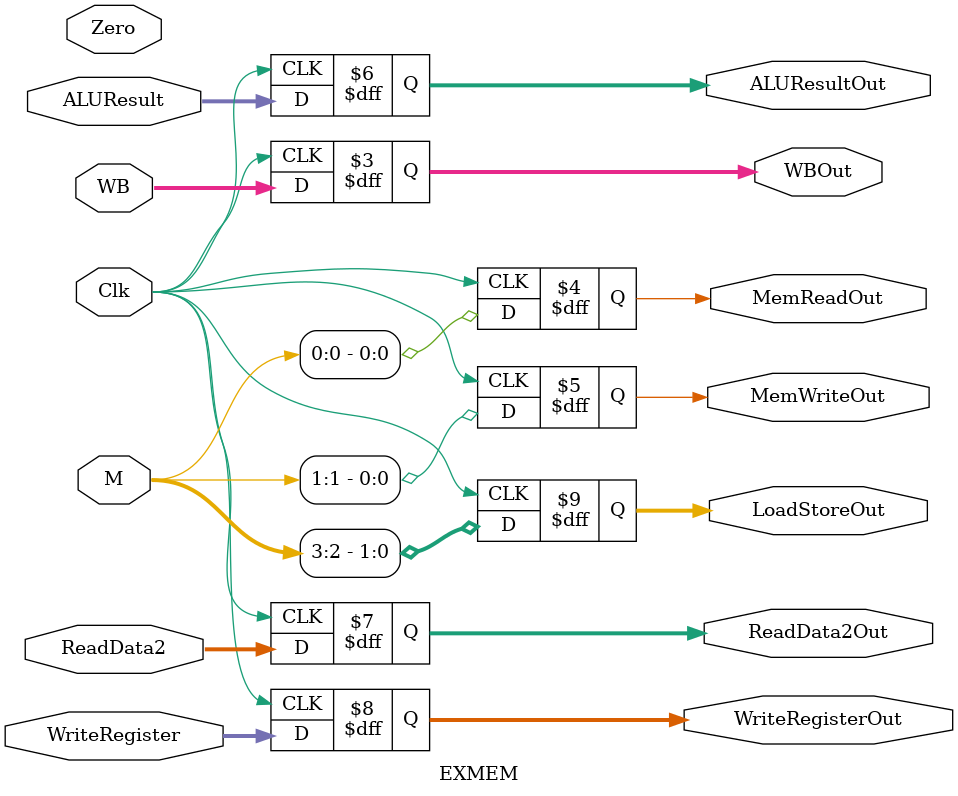
<source format=v>
`timescale 1ns / 1ps


module EXMEM(
    output reg [1:0] WBOut, 
	output reg MemReadOut,
	output reg MemWriteOut,
    output reg [31:0] ALUResultOut,
    output reg [31:0] ReadData2Out,
    output reg [4:0] WriteRegisterOut,
    output reg [1:0] LoadStoreOut,
    input [1:0] WB, 
	input [3:0] M, 
	input Zero,
    input [31:0] ALUResult,
    input [31:0] ReadData2,
    input [4:0] WriteRegister,
	input Clk
    );

    initial begin
        //ouput initialization
        
        WBOut <= 0;
        MemReadOut <= 0; 
        MemWriteOut <= 0;
        ALUResultOut <= 0;
        ReadData2Out <= 0;
        WriteRegisterOut <= 0;
        LoadStoreOut <= 0;
        
    end
    
    always @(posedge Clk) begin
        WBOut <= WB;
		MemReadOut <= M[0];		// 2
		MemWriteOut <= M[1];	// 3
		LoadStoreOut <= M[3:2];

        ALUResultOut <= ALUResult;
        ReadData2Out <= ReadData2;
        WriteRegisterOut <= WriteRegister;
    end
endmodule

</source>
